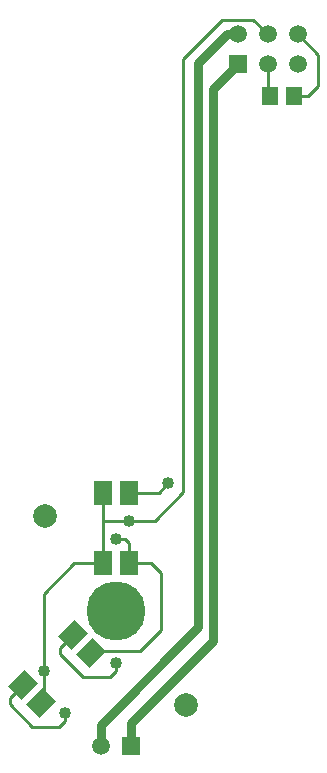
<source format=gbl>
G04 Layer_Physical_Order=2*
G04 Layer_Color=16711680*
%FSLAX25Y25*%
%MOIN*%
G70*
G01*
G75*
%ADD11R,0.05512X0.05906*%
G04:AMPARAMS|DCode=12|XSize=78.74mil|YSize=62.99mil|CornerRadius=0mil|HoleSize=0mil|Usage=FLASHONLY|Rotation=225.000|XOffset=0mil|YOffset=0mil|HoleType=Round|Shape=Rectangle|*
%AMROTATEDRECTD12*
4,1,4,0.00557,0.05011,0.05011,0.00557,-0.00557,-0.05011,-0.05011,-0.00557,0.00557,0.05011,0.0*
%
%ADD12ROTATEDRECTD12*%

%ADD13R,0.06299X0.07874*%
%ADD14C,0.01000*%
%ADD15C,0.07874*%
%ADD16C,0.07874*%
%ADD17C,0.19685*%
%ADD18C,0.05906*%
%ADD19R,0.05906X0.05906*%
%ADD20C,0.04000*%
%ADD21C,0.03000*%
D11*
X51563Y171500D02*
D03*
X59437D02*
D03*
D12*
X-8073Y-14198D02*
D03*
X-24777Y-30901D02*
D03*
X-14198Y-8073D02*
D03*
X-30901Y-24776D02*
D03*
D13*
X-4331Y15748D02*
D03*
X-4331Y39370D02*
D03*
X4331Y15748D02*
D03*
Y39370D02*
D03*
D14*
X67500Y175000D02*
Y185295D01*
X60709Y192087D02*
X67500Y185295D01*
X64000Y171500D02*
X67500Y175000D01*
X59437Y171500D02*
X64000D01*
X50709Y172354D02*
X51563Y171500D01*
X50709Y172354D02*
Y182087D01*
X45795Y197000D02*
X50709Y192087D01*
X35500Y197000D02*
X45795D01*
X22500Y184000D02*
X35500Y197000D01*
X-18500Y-12375D02*
X-14198Y-8073D01*
X-18500Y-14500D02*
Y-12375D01*
Y-14500D02*
X-11000Y-22000D01*
X-2000D01*
X0Y-20000D01*
Y-17500D01*
X-8073Y-14198D02*
X-7376Y-13500D01*
X8000D01*
X15000Y-6500D01*
Y12500D01*
X4331Y15748D02*
X11752D01*
X-18703Y-38703D02*
X-16703Y-36703D01*
X-27703Y-38703D02*
X-18703D01*
X-35203Y-31203D02*
X-27703Y-38703D01*
X-35203Y-31203D02*
Y-29079D01*
X-30901Y-24776D01*
X-16703Y-36703D02*
Y-34203D01*
X-24777Y-30901D02*
X-24000Y-30125D01*
Y5500D02*
X-13752Y15748D01*
X-4331D01*
X-4331Y15748D02*
X-4331Y15748D01*
X-24000Y-30125D02*
Y-20000D01*
Y5500D01*
X13000Y30000D02*
X22500Y39500D01*
Y184000D01*
X-4331Y15748D02*
Y30000D01*
Y39370D01*
X4331D02*
X14370D01*
X17500Y42500D01*
X-4331Y30000D02*
X4500D01*
X13000D01*
X11752Y15748D02*
X15000Y12500D01*
X4331Y15748D02*
Y22669D01*
X3000Y24000D02*
X4331Y22669D01*
X0Y24000D02*
X3000D01*
D15*
X-23622Y31496D02*
D03*
D16*
X23622Y-31496D02*
D03*
D17*
X-0Y-0D02*
D03*
D18*
X60709Y192087D02*
D03*
Y182087D02*
D03*
X50709Y192087D02*
D03*
Y182087D02*
D03*
X40709Y192087D02*
D03*
X-5000Y-45000D02*
D03*
D19*
X40709Y182087D02*
D03*
X5000Y-45000D02*
D03*
D20*
X0Y-17500D02*
D03*
X-16703Y-34203D02*
D03*
X-24000Y-20000D02*
D03*
X17500Y42500D02*
D03*
X4500Y30000D02*
D03*
X0Y24000D02*
D03*
D21*
X32500Y173878D02*
X40709Y182087D01*
X-5000Y-45000D02*
Y-38000D01*
X5000Y-45000D02*
Y-37500D01*
X32500Y-10000D01*
Y173878D01*
X-5000Y-38000D02*
X27500Y-5500D01*
Y182500D02*
X37087Y192087D01*
X40709D01*
X27500Y-5500D02*
Y182500D01*
M02*

</source>
